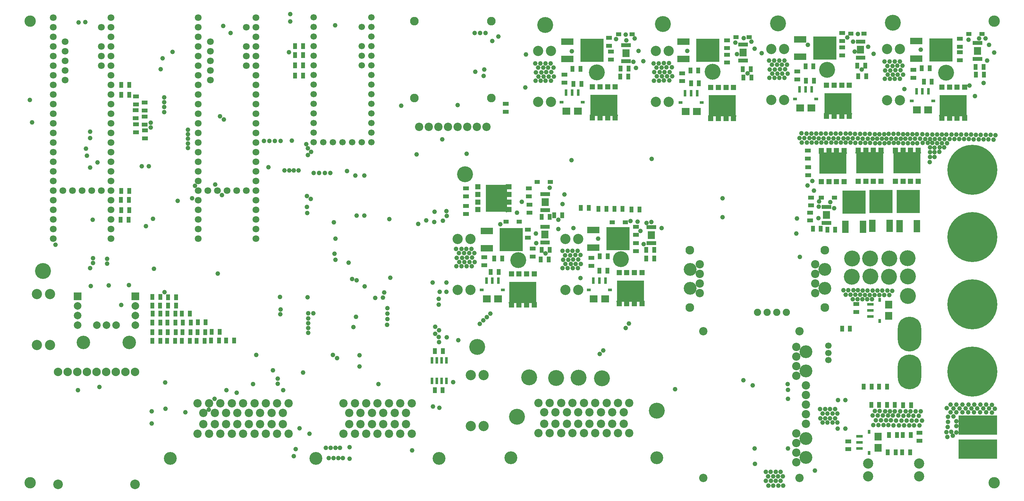
<source format=gbr>
%TF.GenerationSoftware,Novarm,DipTrace,3.3.1.1*%
%TF.CreationDate,2019-12-29T15:55:57+07:00*%
%FSLAX35Y35*%
%MOMM*%
%TF.FileFunction,Soldermask,Top*%
%TF.Part,Single*%
%ADD22C,2.0*%
%ADD23C,3.0*%
%ADD45C,1.7*%
%ADD74C,3.4*%
%ADD75C,2.2*%
%ADD76C,2.3*%
%ADD77C,2.54*%
%ADD78C,3.556*%
%ADD79C,2.29*%
%ADD86C,2.24*%
%ADD89C,1.216*%
%ADD91R,3.2X1.8*%
%ADD93R,1.35X1.0*%
%ADD95R,1.88X2.08*%
%ADD97R,0.505X1.089*%
%ADD99R,2.0X1.9*%
%ADD101R,1.1X0.8*%
%ADD103R,0.7X1.8*%
%ADD105R,6.2X6.2*%
%ADD107R,1.8X3.2*%
%ADD109R,0.38X0.325*%
%ADD111R,5.7X7.2*%
%ADD113R,1.35X1.45*%
%ADD115R,1.48X1.45*%
%ADD117R,0.325X0.38*%
%ADD119R,7.2X5.7*%
%ADD121R,1.45X1.35*%
%ADD123R,1.45X1.48*%
%ADD125C,1.7*%
%ADD127R,0.75X1.7*%
%ADD130R,2.0X2.0*%
%ADD133C,1.9*%
%ADD134C,2.2*%
%ADD135C,1.8*%
%ADD136C,3.4*%
%ADD138R,1.0X1.5*%
%ADD141C,0.8*%
%ADD143O,6.2X9.2*%
%ADD145R,1.9X2.0*%
%ADD147R,0.8X1.1*%
%ADD149R,1.8X0.7*%
%ADD151R,1.5X1.0*%
%ADD153C,2.7*%
%ADD156C,4.2*%
%ADD158R,10.2X5.2*%
%ADD160C,13.2*%
G75*
G01*
%LPD*%
D89*
X24153703Y8879893D3*
X24157403Y9013430D3*
Y9138030D3*
X11397770Y7455843D3*
X10861013Y7340753D3*
X13384637Y7831907D3*
X13254657Y7538090D3*
X14350770Y7353350D3*
X14453697Y7767477D3*
X22255483Y12265937D3*
X22166450Y11797273D3*
X16328210Y11527537D3*
X16365077Y12145380D3*
X19441507Y12063637D3*
X19064473Y11728437D3*
X14741723Y7134233D3*
X15395203Y6852457D3*
X16252770Y7318577D3*
X16596690Y6708997D3*
X20932500Y11977917D3*
X22358563Y11326293D3*
X14706117Y11808020D3*
X16397803Y11365150D3*
X17754100Y11816880D3*
X19338103Y11221033D3*
X23913537Y11846623D3*
X25574217Y10968323D3*
X25667143Y11558853D3*
X25622180Y12149383D3*
X21875970Y5490407D3*
X22004050Y5487680D3*
X22132130D3*
X22255633Y5489533D3*
X22383713Y5486810D3*
X22511793D3*
X22640743Y5485940D3*
X22768823Y5483217D3*
X22896903D3*
X21931347Y5372353D3*
X22059427Y5369630D3*
X22187507D3*
X22311007Y5371483D3*
X22439087Y5368760D3*
X22567167D3*
X22696117Y5367887D3*
X22824197Y5365163D3*
X22952277D3*
X23032177Y5484197D3*
X23082100Y5363420D3*
X23159273Y5474280D3*
X25790237Y2260463D3*
X22117523Y5254307D3*
X22245603D3*
X22369103Y5256160D3*
X22497183Y5253437D3*
X22625263D3*
X25637537Y2264453D3*
X25481933Y2264093D3*
X22663110Y1927073D3*
X22793687D3*
X22931517Y1923447D3*
X23062093D3*
X23192670Y1919820D3*
X23334127D3*
X23475583Y1916193D3*
X23605800Y1920180D3*
X23736377Y1916553D3*
X23877833D3*
X25321977Y2264453D3*
X25169277Y2268443D3*
X25013673Y2268083D3*
X22731663Y2054383D3*
X22862240D3*
X23000070Y2050757D3*
X23130647D3*
X23261223Y2047130D3*
X23402680D3*
X23544137Y2043503D3*
X23674353Y2047490D3*
X23804930Y2043863D3*
X23946387D3*
X24853357Y2265180D3*
X24697753Y2264820D3*
X25873300Y2362387D3*
X22647877Y2185320D3*
X22778453D3*
X22916283Y2181693D3*
X23046860D3*
X23177437Y2178067D3*
X23318893D3*
X23460350Y2174440D3*
X23590567Y2178427D3*
X23721143Y2174800D3*
X23862600D3*
X25720600Y2366377D3*
X25564997Y2366017D3*
X25405040Y2366377D3*
X22701923Y2298123D3*
X22832500D3*
X22970330Y2294497D3*
X23100907D3*
X23231483Y2290870D3*
X23372940D3*
X23514397Y2287243D3*
X23644613Y2291230D3*
X23775190Y2287603D3*
X23916647D3*
X25252340Y2370367D3*
X25096737Y2370007D3*
X24936420Y2367100D3*
X24780817Y2366740D3*
X25793143Y2464307D3*
X25640443Y2468297D3*
X25484840Y2467937D3*
X25324883Y2468297D3*
X25172183Y2472287D3*
X25016580Y2471927D3*
X24856263Y2469020D3*
X24700660Y2468660D3*
X24773923Y2156003D3*
X24853360Y2033043D3*
X24602727Y2377980D3*
X24629560Y2148027D3*
Y2010197D3*
X24629200Y1874467D3*
X24850093Y1898480D3*
X24856207Y1732773D3*
X24719753Y1752230D3*
X24763650Y1644223D3*
X24619763Y1611250D3*
X24592787Y1740147D3*
X24158940Y9266953D3*
X20927287Y8257230D3*
X24274647Y9010163D3*
X24276810Y9136923D3*
X24278350Y9263060D3*
X24606987Y9379417D3*
X24401120Y9146780D3*
X24410350Y9267677D3*
X24471333Y9379417D3*
X24535863Y9267963D3*
X24347650Y9379417D3*
X24219973Y9383407D3*
X24096290D3*
X23964627D3*
X21091433Y8123430D3*
X21050170Y8380117D3*
X25890013Y9593690D3*
X25758350Y9597680D3*
X23823557Y9378670D3*
X23699873D3*
X23576187D3*
X23452503D3*
X23324827Y9382660D3*
X23201143D3*
X23077460D3*
X22957763Y9378670D3*
X22830090D3*
X22710393D3*
X22578730Y9382660D3*
X22451057D3*
X22319390Y9386650D3*
X22187727D3*
X22060053Y9390640D3*
X21936367D3*
X21804703D3*
X21677030D3*
X21549353D3*
X21413700D3*
X21290017D3*
X21162340Y9394630D3*
X21038657D3*
X20906993D3*
X20775327Y9398620D3*
X23757907Y9496187D3*
X23634223D3*
X23510537D3*
X23386853D3*
X23259177Y9500177D3*
X23135493D3*
X23011810D3*
X22892113Y9496187D3*
X22764440D3*
X22644743D3*
X22513080Y9500177D3*
X22385407D3*
X22253740Y9504167D3*
X22122077D3*
X21994403Y9508157D3*
X21870717D3*
X21739053D3*
X21611380D3*
X21483703D3*
X21348050D3*
X21224367D3*
X21096690Y9512147D3*
X20973007D3*
X20841343D3*
X20709677Y9516137D3*
X23815943Y9617693D3*
X23692260D3*
X23568573D3*
X23444890D3*
X23317213Y9621683D3*
X23193530D3*
X23069847D3*
X22950150Y9617693D3*
X22822477D3*
X22702780D3*
X22571117Y9621683D3*
X22443443D3*
X22311777Y9625673D3*
X22180113D3*
X22052440Y9629663D3*
X21928753D3*
X21797090D3*
X21669417D3*
X21541740D3*
X21406087D3*
X21282403D3*
X21154727Y9633653D3*
X21031043D3*
X20899380D3*
X20767713Y9637643D3*
X21229603Y7834090D3*
X20721103Y6376040D3*
X11033290Y2418677D3*
X11203473Y2388177D3*
X7778683Y1699210D3*
X7358773Y1109703D3*
X9595603Y3010503D3*
X4502947Y2264100D3*
X7410183Y1294110D3*
X25834640Y9474657D3*
X25702977Y9478647D3*
X25575303D3*
X25443637Y9482637D3*
X25311973D3*
X25184300Y9486627D3*
X25060613D3*
X24928950D3*
X24801277D3*
X24673600D3*
X24537947D3*
X24414263D3*
X24286587Y9490617D3*
X24162903D3*
X24031240D3*
X23899573Y9494607D3*
X25630677Y9597680D3*
X25499010Y9601670D3*
X25367347D3*
X25239673Y9605660D3*
X25115987D3*
X24984323D3*
X24856650D3*
X24728973D3*
X24593320D3*
X24469637D3*
X24341960Y9609650D3*
X24218277D3*
X24086613D3*
X23954947Y9613640D3*
X7509997Y1838603D3*
X10606347Y9081770D3*
X7266237Y12788060D3*
Y12594610D3*
X5500270Y12477847D3*
X5695980Y12289567D3*
X1680247Y12568853D3*
X1854277Y12574997D3*
X3614457Y2291997D3*
X3611490Y1965897D3*
X8832910Y1347157D3*
X8833797Y1038990D3*
X1876217Y9237453D3*
X1897783Y9044950D3*
X3949497Y5444617D3*
X13739920Y11484847D3*
X13876173D3*
X14006363Y11488437D3*
X14142617D3*
X13813130Y11372000D3*
X13949383D3*
X14079573Y11375590D3*
X14215827D3*
X13757517Y11251720D3*
X13893770D3*
X14023960Y11255310D3*
X14160213D3*
X13823293Y11138873D3*
X13959547D3*
X14089737Y11142463D3*
X14225990D3*
X13745383Y11026027D3*
X13881637D3*
X14011827Y11029617D3*
X14148080D3*
X16864050Y11489607D3*
X17000303D3*
X17130493Y11493197D3*
X17266747D3*
X16937260Y11376760D3*
X17073513D3*
X17203703Y11380350D3*
X17339957D3*
X16881647Y11256480D3*
X17017900D3*
X17148090Y11260070D3*
X17284343D3*
X16947423Y11143633D3*
X17083677D3*
X17213867Y11147223D3*
X17350120D3*
X16869513Y11030787D3*
X17005767D3*
X17135957Y11034377D3*
X17272210D3*
X19910357Y11560897D3*
X20046610D3*
X20176800Y11564487D3*
X20313053D3*
X19983567Y11448050D3*
X20119820D3*
X20250010Y11451640D3*
X20386263D3*
X19927953Y11327770D3*
X20064207D3*
X20194397Y11331360D3*
X20330650D3*
X19993730Y11214923D3*
X20129983D3*
X20260173Y11218513D3*
X20396427D3*
X19915820Y11102077D3*
X20052073D3*
X20182263Y11105667D3*
X20318517D3*
X22958170Y11535147D3*
X23094423D3*
X23224613Y11538737D3*
X23360867D3*
X23031380Y11422300D3*
X23167633D3*
X23297823Y11425890D3*
X23434077D3*
X22975767Y11302020D3*
X23112020D3*
X23242210Y11305610D3*
X23378463D3*
X23041543Y11189173D3*
X23177797D3*
X23307987Y11192763D3*
X23444240D3*
X22963633Y11076327D3*
X23099887D3*
X23230077Y11079917D3*
X23366330D3*
X11649277Y6583160D3*
X11785530D3*
X11915720Y6586750D3*
X12051973D3*
X11722487Y6470313D3*
X11858740D3*
X11988930Y6473903D3*
X12125183D3*
X11666873Y6350033D3*
X11803127D3*
X11933317Y6353623D3*
X12069570D3*
X11732650Y6237187D3*
X11868903D3*
X11999093Y6240777D3*
X12135347D3*
X11654740Y6124340D3*
X11790993D3*
X11921183Y6127930D3*
X12057437D3*
X14453470Y6530997D3*
X14589723D3*
X14719913Y6534587D3*
X14856167D3*
X14526680Y6418150D3*
X14662933D3*
X14793123Y6421740D3*
X14929377D3*
X14471067Y6297870D3*
X14607320D3*
X14737510Y6301460D3*
X14873763D3*
X14536843Y6185023D3*
X14673097D3*
X14803287Y6188613D3*
X14939540D3*
X14458933Y6072177D3*
X14595187D3*
X14725377Y6075767D3*
X14861630D3*
X6283850Y3011097D3*
X6810727Y3374307D3*
X450617Y9928957D3*
X396690Y10520340D3*
X6369197Y3778753D3*
X5584010Y2848143D3*
X5851070Y2780013D3*
X2231067Y2933283D3*
X1665607Y2849750D3*
X5121747Y2330853D3*
X5268613Y2622750D3*
X2004130Y5603017D3*
X1982530Y6080063D3*
X3977103Y2360767D3*
X3970033Y3053453D3*
X2809960Y5103930D3*
X8285750Y1058367D3*
X8409070D3*
X8536020D3*
X8659343D3*
X8210680Y1325410D3*
X8334000D3*
X8460950D3*
X8584273D3*
X7112760Y8662220D3*
X7240897Y8661117D3*
X7363800Y8657393D3*
X7486993Y8658907D3*
X1067327Y6695830D3*
X2056540Y7357760D3*
X7610073Y3316677D3*
X8768440Y8638557D3*
X7081540Y2852520D3*
X3667903Y6060693D3*
X3455370Y7184990D3*
X8504363Y3694933D3*
X8392690Y3778867D3*
X3848420Y11329880D3*
X6939917Y3022920D3*
X6937163Y3157073D3*
X3007207Y5629093D3*
X2476627Y5622200D3*
X9098577Y3480143D3*
X9097337Y3771277D3*
X7741013Y4365220D3*
Y4495567D3*
Y4622650D3*
Y4749523D3*
X11194467Y4119917D3*
X11706920Y4167580D3*
X2060607Y6336243D3*
Y6207350D3*
X3941947Y10586193D3*
Y10463307D3*
Y10331643D3*
Y10199980D3*
X2438167Y6322483D3*
Y6196587D3*
X7007517Y4859670D3*
X7010900Y4982567D3*
X7745673Y4878497D3*
X7879810Y4878133D3*
X11192793Y4251453D3*
X11396590Y4251340D3*
X3895940Y11621837D3*
X8940393Y4519297D3*
X11092027Y4340143D3*
X11566840Y3063523D3*
X4566927Y9736687D3*
Y9611280D3*
Y9492580D3*
X4566563Y9368563D3*
Y9247020D3*
X1988883Y9684463D3*
Y9512907D3*
X3584757Y9923843D3*
Y9792187D3*
X1986440Y8736090D3*
X2182057Y8867500D3*
X3348087Y8768583D3*
X3530937Y8765583D3*
X4294930Y7853943D3*
X3643717Y7381343D3*
X4158833Y11791343D3*
X8454167Y12491027D3*
X8984610Y8523233D3*
X9221683Y8520507D3*
X10200843Y10365157D3*
X11688597Y10382713D3*
X21214447Y7399907D3*
X20643373Y7384227D3*
X20625147Y6992943D3*
X10487407Y1254863D3*
X12272653Y4600077D3*
X12364977Y4692400D3*
X12460597Y4781427D3*
X12549623Y4870453D3*
X18678910Y7426290D3*
X18685740Y7923430D3*
X20409997Y1310363D3*
X19527847Y1312407D3*
X7885343Y8591553D3*
X8030170Y8586723D3*
X8179823D3*
X8324647D3*
X7730577Y9065850D3*
X7737930Y9239350D3*
X7687680Y9351720D3*
X7822350Y9149770D3*
X6571247Y9438640D3*
X6716073Y9433810D3*
X6865727D3*
X7010550D3*
X9827307Y4581420D3*
X9832137Y4726247D3*
Y4875900D3*
Y5020723D3*
X11389197Y5447553D3*
X11212070Y5448003D3*
X6689240Y8746523D3*
X9512757Y5291627D3*
X9717847Y5294717D3*
X15441733Y3803597D3*
X19536317Y903440D3*
X21121023Y725493D3*
X21718997Y1837973D3*
X21922037Y1836280D3*
X21922957Y2587527D3*
X21729180Y2589790D3*
X9000520Y4786233D3*
X11197947Y4432347D3*
X15534603Y3903603D3*
X20408097Y2625563D3*
X17424463Y2875083D3*
X20399560Y3013090D3*
X20408097Y2854817D3*
X5516443Y10008573D3*
X5467037Y8002780D3*
X7000280Y5315607D3*
X7724600Y5303923D3*
X11092320Y4525253D3*
X16122720Y4491620D3*
X19481203Y2975717D3*
X8903043Y5791597D3*
X11188507Y5113463D3*
X16209747Y4607420D3*
X19230743Y3116147D3*
X11922483Y9102307D3*
X8459257Y6854883D3*
X10650950Y7245910D3*
X11066113Y7294187D3*
X11297837Y7332807D3*
X13477430Y10847357D3*
X14115730Y8198477D3*
X11394390Y5694053D3*
X11023903Y5699023D3*
X8458323Y6295930D3*
X14927557Y5815227D3*
X9910880Y5819370D3*
X8433377Y6459663D3*
X14343953Y7112373D3*
X9748600Y5428727D3*
X9234013Y5596417D3*
X9021703Y5757763D3*
X4751413Y8251480D3*
X4681647Y7922517D3*
X14697147Y8927367D3*
X9880753Y7367410D3*
X8422843Y7285343D3*
X7814577Y7908093D3*
X7713200Y7530467D3*
X7705040Y7692240D3*
X7707763Y7978367D3*
X9018280Y7466000D3*
X9223943Y7467800D3*
X11079010Y7569387D3*
X11395360Y7585330D3*
X23478560Y10807577D3*
X5414937Y10091007D3*
X5283537Y8284023D3*
X5353820Y5931330D3*
X8807300Y6216590D3*
X11188790Y5260013D3*
X17068690Y7134720D3*
X16814430Y8963730D3*
X11281603Y9477550D3*
X7312190Y9444547D3*
X7234457Y11783450D3*
X12600863Y12076840D3*
X12764370Y12194987D3*
X13488693Y11722013D3*
X16121540Y12245843D3*
X12132643Y12293117D3*
X12282320Y12294340D3*
X12425950D3*
X12375093Y11152513D3*
X12152380Y11266533D3*
X12393043Y11323483D3*
X19956240Y450000D3*
X20087197D3*
X20215770D3*
X19825283D3*
X20015753Y571443D3*
X20146710D3*
X20275283D3*
X19884797D3*
X20020503Y328590D3*
X20151460D3*
X20280033D3*
X19889547D3*
X19955030Y689333D3*
X20085987D3*
X20214560D3*
X19824073D3*
X21391150Y2107170D3*
X21522107D3*
X21650680D3*
X21260193D3*
X21450663Y2228613D3*
X21581620D3*
X21710193D3*
X21319707D3*
X21389940Y2346503D3*
X21520897D3*
X21649470D3*
X21258983D3*
X21452927Y1992263D3*
X21583883D3*
X21712457D3*
X21321970D3*
X21528830Y7818947D3*
X21220250Y7702333D3*
X21627263Y7655283D3*
X16437587Y7300233D3*
X16673743Y7273463D3*
X16802110Y7295810D3*
X16517477Y7056573D3*
X13765363Y6740357D3*
X13751793Y6994330D3*
X12817890Y7231807D3*
X14011390Y6466410D3*
X14511273Y8022383D3*
X15874517Y12130170D3*
X16143547Y12095023D3*
X16464673Y11818973D3*
X16591360Y11543077D3*
X19525710Y11875483D3*
X19713230Y11761063D3*
X19018517Y12039917D3*
X19237393Y12154737D3*
X22526813Y11929617D3*
X22666413Y11739253D3*
X21971790Y12171347D3*
X22130520Y12059737D3*
X25202283Y10903203D3*
X25341930Y10618920D3*
X25713830Y11974197D3*
X25848963Y11774310D3*
X25177480Y12112807D3*
X25453177Y12143197D3*
D23*
X400000Y400000D3*
X25850000Y12600000D3*
X400000D3*
X25850000Y400000D3*
D75*
X4825017Y2499237D3*
X5125017D3*
X5425017D3*
X5725017D3*
X6025017D3*
X6325017D3*
X6625017D3*
X6925017D3*
X7225017D3*
X4975017Y2249237D3*
X5275017D3*
X5575017D3*
X5875017D3*
X6175017D3*
X6475017D3*
X6775017D3*
X7075017D3*
X4975017Y1949237D3*
X5275017D3*
X5575017D3*
X5875017D3*
X6175017D3*
X6475017D3*
X6775017D3*
X7075017D3*
X4825017Y1699237D3*
X5125017D3*
X5425017D3*
X5725017D3*
X6025017D3*
X6325017D3*
X6625017D3*
X6925017D3*
X7225017D3*
X8675017Y2499237D3*
X8975017D3*
X9275017D3*
X9575017D3*
X9875017D3*
X10175017D3*
X10475017D3*
X8825017Y2249237D3*
X9125017D3*
X9425017D3*
X9725017D3*
X10025017D3*
X10325017D3*
X8825017Y1949237D3*
X9125017D3*
X9425017D3*
X9725017D3*
X10025017D3*
X10325017D3*
X8675017Y1699237D3*
X8975017D3*
X9275017D3*
X9575017D3*
X9875017D3*
X10175017D3*
X10475017D3*
D74*
X4100017Y1049237D3*
X7950017D3*
X11200017D3*
D75*
X13821270Y2513323D3*
X14121270D3*
X14421270D3*
X14721270D3*
X15021270D3*
X15321270D3*
X15621270D3*
X15921270D3*
X16221270D3*
X13971270Y2263323D3*
X14271270D3*
X14571270D3*
X14871270D3*
X15171270D3*
X15471270D3*
X15771270D3*
X16071270D3*
X13971270Y1963323D3*
X14271270D3*
X14571270D3*
X14871270D3*
X15171270D3*
X15471270D3*
X15771270D3*
X16071270D3*
X13821270Y1713323D3*
X14121270D3*
X14421270D3*
X14721270D3*
X15021270D3*
X15321270D3*
X15621270D3*
X15921270D3*
X16221270D3*
D74*
X13096270Y1063323D3*
X16946270D3*
D160*
X25279037Y3339914D3*
Y5117911D3*
Y6895914D3*
Y8673914D3*
D158*
X25421037Y1927914D3*
Y1292911D3*
D156*
X13286900Y6286720D3*
X15994603Y6313273D3*
X15363127Y11251073D3*
X18416423Y11263513D3*
X24578780Y11242373D3*
X21439870Y11320277D3*
X743837Y6002403D3*
X12208810Y3989607D3*
X22091970Y5849220D3*
X20145400Y12547670D3*
X13998227Y12498893D3*
X17108213Y12530597D3*
X23176507Y12558677D3*
X11883523Y8554863D3*
X22098750Y6332267D3*
X22579810Y6333260D3*
X22586590Y5852200D3*
X23078407Y5850213D3*
X23085187Y6333260D3*
X23566247Y6334253D3*
X23573027Y5853193D3*
X23578077Y5341237D3*
X14883503Y3178827D3*
X15499047Y3160237D3*
X14290463Y3175483D3*
X16942120Y2310210D3*
X13250523Y2146567D3*
X13575057Y3186607D3*
D135*
X1008737Y12189420D3*
Y11935420D3*
Y11681420D3*
Y11427420D3*
Y11173420D3*
Y10919420D3*
Y10665420D3*
Y10411420D3*
Y10157420D3*
Y9903420D3*
Y9649420D3*
Y9395420D3*
X2532737D3*
Y9649420D3*
Y9903420D3*
Y10157420D3*
Y10411420D3*
Y10665420D3*
Y10919420D3*
Y11173420D3*
Y11427420D3*
Y11681420D3*
Y11935420D3*
X1008737Y12443420D3*
X2532737Y12189420D3*
Y12443420D3*
X1008737Y12697420D3*
X2532737D3*
X1008737Y9141420D3*
X2532737D3*
X1008737Y8887420D3*
Y8633420D3*
Y8379420D3*
Y8125420D3*
Y7871420D3*
Y7617420D3*
Y7363420D3*
Y7109420D3*
Y6855420D3*
X2532737D3*
Y7109420D3*
Y7363420D3*
Y7617420D3*
Y7871420D3*
Y8125420D3*
Y8379420D3*
Y8633420D3*
Y8887420D3*
X1262737Y8125420D3*
X1770737D3*
X2024737D3*
X1516737D3*
X2278737D3*
Y12443420D3*
Y11935420D3*
Y11681420D3*
Y11427420D3*
X1326237Y12062420D3*
Y11808420D3*
Y11554420D3*
Y11300420D3*
Y11046420D3*
D153*
X923770Y5391250D3*
X583770D3*
X923770Y4044250D3*
X583770D3*
X12032760Y1898270D3*
X12372760D3*
X12032760Y3245270D3*
X12372760D3*
D151*
X3426710Y10242337D3*
Y10452337D3*
X3428143Y9873003D3*
Y10083003D3*
X3436963Y9505237D3*
Y9715237D3*
X3191900Y10403437D3*
Y10613437D3*
X3191127Y10039670D3*
Y10249670D3*
X3195693Y9667827D3*
Y9877827D3*
D149*
X22299657Y1633180D3*
Y1473180D3*
Y1313180D3*
D147*
X22549657Y1753180D3*
Y1193180D3*
D145*
X22784657Y1623180D3*
Y1323180D3*
D153*
X23868347Y573053D3*
Y913053D3*
X22521347Y573053D3*
Y913053D3*
D151*
X22003667Y1289300D3*
Y1499300D3*
D143*
X23615007Y4333410D3*
Y3333410D3*
D141*
X23742850Y4016893D3*
X23488850D3*
X23740697Y3017450D3*
X23488850Y4651893D3*
X23742850D3*
X23486697Y3017450D3*
X23806350Y4143893D3*
Y4270893D3*
Y4397893D3*
Y4524893D3*
X23425350Y4143893D3*
Y4270893D3*
Y4397893D3*
Y4524893D3*
X23486697Y3652450D3*
X23740697D3*
X23804197Y3144450D3*
Y3271450D3*
Y3398450D3*
Y3525450D3*
X23423197Y3144450D3*
Y3271450D3*
Y3398450D3*
Y3525450D3*
D45*
X21475007Y4024410D3*
Y3833410D3*
Y3642410D3*
D138*
X23043610Y1205233D3*
X23253610D3*
X23424237Y1208027D3*
X23634237D3*
D151*
X23879897Y1510433D3*
Y1720433D3*
D138*
X23439757Y1663550D3*
X23649757D3*
X23289663Y1663003D3*
X23079663D3*
X21835493Y4471813D3*
X22045493D3*
X22606903Y2462980D3*
X22816903D3*
X23022287Y2457423D3*
X23232287D3*
X23445860Y2453920D3*
X23655860D3*
X22816523Y2942247D3*
X23026523D3*
X22409823Y2942620D3*
X22619823D3*
D74*
X20883603Y1068167D3*
Y1568167D3*
Y3362167D3*
Y3862167D3*
D75*
X20629603Y941167D3*
Y1195167D3*
Y1449167D3*
Y1703167D3*
X20883603Y1957167D3*
Y2211167D3*
Y2465167D3*
Y2719167D3*
Y2973167D3*
X20629603Y3227167D3*
Y3481167D3*
Y3735167D3*
Y3989167D3*
X18177603Y4406167D3*
Y526167D3*
X20717603D3*
Y4406167D3*
D136*
X21378570Y5540260D3*
Y6040260D3*
D134*
X21124570Y5413260D3*
Y5667260D3*
Y5921260D3*
Y6175260D3*
D136*
X17822570Y5540260D3*
Y6040260D3*
D134*
X18076570Y5413260D3*
Y5667260D3*
Y5921260D3*
Y6175260D3*
D133*
X20362570Y4905260D3*
X20108570D3*
X19854570D3*
X19600570D3*
D76*
X21378570Y5032260D3*
X17818570D3*
X21378570Y6552260D3*
X17818570D3*
D151*
X12956077Y10420267D3*
Y10210267D3*
D86*
X3168133Y3332133D3*
X2914133D3*
X2660133D3*
X2406133D3*
X2152133D3*
X1898133D3*
X1644133D3*
X1390133D3*
X1136133D3*
D77*
X3168133Y363053D3*
X1136133D3*
D130*
X1651470Y5329507D3*
D22*
Y5075507D3*
Y4821507D3*
Y4567507D3*
X2159470D3*
X2413470D3*
X2667470D3*
X3175470D3*
Y4821507D3*
Y5075507D3*
D130*
Y5329507D3*
D78*
X1803363Y4107513D3*
X3017737D3*
D127*
X11395483Y3633917D3*
X11268483D3*
X11141483D3*
X11014483D3*
Y3093917D3*
X11141483D3*
X11268483D3*
X11395483D3*
D138*
X11087087Y3879743D3*
X11297087D3*
X11293903Y2852820D3*
X11083903D3*
X3630173Y5310417D3*
X3840173D3*
X4046567Y5303997D3*
X4256567D3*
X3624457Y5088193D3*
X3834457D3*
X4043313Y5087237D3*
X4253313D3*
X3633633Y4871363D3*
X3843633D3*
X4027577Y4875253D3*
X4237577D3*
X4408733Y4874773D3*
X4618733D3*
X3627217Y4636133D3*
X3837217D3*
X4025170Y4636187D3*
X4235170D3*
X4430123Y4633203D3*
X4640123D3*
X4826760Y4641583D3*
X5036760D3*
X3629930Y4381533D3*
X3839930D3*
X4032213Y4381297D3*
X4242213D3*
X4423327Y4385867D3*
X4633327D3*
X4817883Y4383610D3*
X5027883D3*
X5194317Y4388090D3*
X5404317D3*
X3630683Y4151263D3*
X3840683D3*
X4020547Y4154617D3*
X4230547D3*
X4409477Y4155250D3*
X4619477D3*
X4799070Y4154563D3*
X5009070D3*
X5175800Y4158747D3*
X5385800D3*
X5575777Y4158710D3*
X5785777D3*
X7394913Y11703070D3*
X7604913D3*
X7399680Y11432233D3*
X7609680D3*
X7399133Y11161400D3*
X7609133D3*
D75*
X10670260Y9805740D3*
X10924260D3*
X11178260D3*
X11432260D3*
X11686260D3*
X11940260D3*
X12194260D3*
X12448260D3*
D79*
X12575260Y12599740D3*
X10543260D3*
Y10567740D3*
X12575260D3*
D138*
X3017213Y10658293D3*
X2807213D3*
X3020450Y10916873D3*
X2810450D3*
X3001263Y7352093D3*
X2791263D3*
X3015807Y7609770D3*
X2805807D3*
D125*
X9410417Y12702253D3*
Y12448253D3*
Y12194253D3*
Y11940253D3*
Y11686253D3*
Y11432253D3*
Y11178253D3*
Y10924253D3*
Y10670253D3*
Y10416253D3*
Y10162253D3*
Y9908253D3*
Y9654253D3*
X8140417Y9400253D3*
X9410417D3*
X9156417D3*
X8902417D3*
X8648417D3*
X8394417D3*
X7886417D3*
Y9654253D3*
Y9908253D3*
Y10162253D3*
Y10416253D3*
Y10670253D3*
Y10924253D3*
Y11178253D3*
Y11432253D3*
Y11686253D3*
Y11940253D3*
Y12194253D3*
Y12448253D3*
X9156417D3*
Y11940253D3*
Y11686253D3*
Y11432253D3*
X7886417Y12702253D3*
D138*
X7397803Y11944970D3*
X7607803D3*
D149*
X22584443Y5121697D3*
Y4961697D3*
Y4801697D3*
D147*
X22834443Y5241697D3*
Y4681697D3*
D145*
X23069443Y5111697D3*
Y4811697D3*
D151*
X22214210Y4917707D3*
Y5127707D3*
D123*
X21291023Y8364150D3*
X21491023D3*
X21691023D3*
X21891023D3*
D121*
Y9185650D3*
X21691023D3*
X21491023D3*
X21291023D3*
D119*
X21591023Y8853160D3*
D117*
X21234723Y9119150D3*
X21947323D3*
D115*
X12220457Y8224073D3*
Y8024073D3*
Y7824073D3*
Y7624073D3*
D113*
X13041957D3*
Y7824073D3*
Y8024073D3*
Y8224073D3*
D111*
X12709467Y7924073D3*
D109*
X12975457Y8280373D3*
Y7567773D3*
D123*
X13709177Y5920643D3*
X13509177D3*
X13309177D3*
X13109177D3*
D121*
Y5099143D3*
X13309177D3*
X13509177D3*
X13709177D3*
D119*
X13409177Y5431633D3*
D117*
X13765477Y5165643D3*
X13052877D3*
D123*
X16552450Y5954193D3*
X16352450D3*
X16152450D3*
X15952450D3*
D121*
Y5132693D3*
X16152450D3*
X16352450D3*
X16552450D3*
D119*
X16252450Y5465183D3*
D117*
X16608750Y5199193D3*
X15896150D3*
D153*
X11689560Y5500047D3*
X12029560D3*
X11689560Y6847047D3*
X12029560D3*
X14535340Y5496367D3*
X14875340D3*
X14535340Y6843367D3*
X14875340D3*
D123*
X22263893Y8372677D3*
X22463893D3*
X22663893D3*
X22863893D3*
D121*
Y9194177D3*
X22663893D3*
X22463893D3*
X22263893D3*
D119*
X22563893Y8861687D3*
D117*
X22207593Y9127677D3*
X22920193D3*
D123*
X23246900Y8372647D3*
X23446900D3*
X23646900D3*
X23846900D3*
D121*
Y9194147D3*
X23646900D3*
X23446900D3*
X23246900D3*
D119*
X23546900Y8861657D3*
D117*
X23190600Y9127647D3*
X23903200D3*
D138*
X2806653Y8116070D3*
X3016653D3*
X2800263Y7877413D3*
X3010263D3*
D107*
X21926880Y7171643D3*
X22386880D3*
D105*
X22156880Y7821643D3*
D151*
X12391557Y6153760D3*
Y6363817D3*
D138*
X12864607Y6333587D3*
X12654607D3*
D151*
X15221810Y6137803D3*
Y6347860D3*
D138*
X15652170Y6387367D3*
X15442170D3*
D151*
X20936413Y9182797D3*
Y8972740D3*
X20939083Y8531220D3*
Y8741220D3*
D103*
X12765900Y5745997D3*
X12605900D3*
X12445900D3*
D101*
X12885900Y5495997D3*
X12325900D3*
D99*
X12755900Y5260997D3*
X12455900D3*
D153*
X13809810Y10469587D3*
X14149810D3*
X13809810Y11816587D3*
X14149810D3*
D97*
X13998753Y8032160D3*
X14048753D3*
X13948753D3*
X13898753D3*
X13998753Y7611060D3*
X13948753D3*
X13898753D3*
X14048753D3*
X14098753D3*
Y8032160D3*
D95*
X13998753Y7821610D3*
D103*
X14869793Y10713323D3*
X14709793D3*
X14549793D3*
D101*
X14989793Y10463323D3*
X14429793D3*
D99*
X14859793Y10228323D3*
X14559793D3*
D151*
X13567013Y7970207D3*
Y8180207D3*
D93*
X13787947Y8357543D3*
X14137947D3*
D151*
X13582530Y7542953D3*
Y7752953D3*
D138*
X13904520Y7426953D3*
X14114520D3*
X14237933Y7477014D3*
X14447933D3*
X15148543Y7663457D3*
X14938543D3*
X15404763Y7644493D3*
X15614763D3*
X16039450Y7641207D3*
X15829450D3*
X16274567Y7627960D3*
X16484567D3*
D97*
X13994177Y7171953D3*
X14044177D3*
X13944177D3*
X13894177D3*
X13994177Y6750853D3*
X13944177D3*
X13894177D3*
X14044177D3*
X14094177D3*
Y7171953D3*
D95*
X13994177Y6961403D3*
D138*
X12562660Y5977600D3*
X12772660D3*
D151*
X14504467Y10975780D3*
Y11185837D3*
X13544003Y7088670D3*
Y6878670D3*
D93*
X12964167Y7306657D3*
X13314167D3*
D151*
X13670203Y6590343D3*
Y6380343D3*
D138*
X13881737Y6302910D3*
X14091737D3*
X13905940Y6559304D3*
X14115940D3*
D91*
X12454800Y7059080D3*
Y6599080D3*
D105*
X13104800Y6829080D3*
D97*
X16132233Y11965060D3*
X16182233D3*
X16082233D3*
X16032233D3*
X16132233Y11543960D3*
X16082233D3*
X16032233D3*
X16182233D3*
X16232233D3*
Y11965060D3*
D95*
X16132233Y11754510D3*
D138*
X14742720Y10942883D3*
X14952720D3*
D103*
X15588773Y5749103D3*
X15428773D3*
X15268773D3*
D101*
X15708773Y5499103D3*
X15148773D3*
D99*
X15578773Y5264103D3*
X15278773D3*
D151*
X15684587Y12161867D3*
Y11951867D3*
D97*
X16800690Y7159217D3*
X16850690D3*
X16750690D3*
X16700690D3*
X16800690Y6738117D3*
X16750690D3*
X16700690D3*
X16850690D3*
X16900690D3*
Y7159217D3*
D95*
X16800690Y6948667D3*
D138*
X15431883Y6005507D3*
X15641883D3*
D151*
X16395403Y6958090D3*
Y7168090D3*
D93*
X15768410Y7285857D3*
X16118410D3*
D151*
X16394407Y6526147D3*
Y6736147D3*
D138*
X16668193Y6331837D3*
X16878193D3*
X16666313Y6559794D3*
X16876313D3*
D91*
X15272283Y7081440D3*
Y6621440D3*
D105*
X15922283Y6851440D3*
D93*
X15940973Y12256523D3*
X16290973D3*
D151*
X15738117Y11586280D3*
Y11796280D3*
D138*
X16194403Y11135103D3*
X15984403D3*
X15990280Y11347521D3*
X16200280D3*
D91*
X14585187Y12060787D3*
Y11600787D3*
D105*
X15235187Y11830787D3*
D135*
X4839567Y12190070D3*
Y11936070D3*
Y11682070D3*
Y11428070D3*
Y11174070D3*
Y10920070D3*
Y10666070D3*
Y10412070D3*
Y10158070D3*
Y9904070D3*
Y9650070D3*
Y9396070D3*
X6363567D3*
Y9650070D3*
Y9904070D3*
Y10158070D3*
Y10412070D3*
Y10666070D3*
Y10920070D3*
Y11174070D3*
Y11428070D3*
Y11682070D3*
Y11936070D3*
X4839567Y12444070D3*
X6363567Y12190070D3*
Y12444070D3*
X4839567Y12698070D3*
X6363567D3*
X4839567Y9142070D3*
X6363567D3*
X4839567Y8888070D3*
Y8634070D3*
Y8380070D3*
Y8126070D3*
Y7872070D3*
Y7618070D3*
Y7364070D3*
Y7110070D3*
Y6856070D3*
X6363567D3*
Y7110070D3*
Y7364070D3*
Y7618070D3*
Y7872070D3*
Y8126070D3*
Y8380070D3*
Y8634070D3*
Y8888070D3*
X5093567Y8126070D3*
X5601567D3*
X5855567D3*
X5347567D3*
X6109567D3*
Y12444070D3*
Y11936070D3*
Y11682070D3*
Y11428070D3*
X5157067Y12063070D3*
Y11809070D3*
Y11555070D3*
Y11301070D3*
Y11047070D3*
D123*
X15846350Y10865713D3*
X15646350D3*
X15446350D3*
X15246350D3*
D121*
Y10044213D3*
X15446350D3*
X15646350D3*
X15846350D3*
D119*
X15546350Y10376703D3*
D117*
X15902650Y10110713D3*
X15190050D3*
D138*
X14930100Y11339557D3*
X14720100D3*
D153*
X16920627Y10468057D3*
X17260627D3*
X16920627Y11815057D3*
X17260627D3*
D103*
X18013923Y10701913D3*
X17853923D3*
X17693923D3*
D101*
X18133923Y10451913D3*
X17573923D3*
D99*
X18003923Y10216913D3*
X17703923D3*
D151*
X17616590Y11017563D3*
Y11227620D3*
D97*
X19222243Y11986973D3*
X19272243D3*
X19172243D3*
X19122243D3*
X19222243Y11565873D3*
X19172243D3*
X19122243D3*
X19272243D3*
X19322243D3*
Y11986973D3*
D95*
X19222243Y11776423D3*
D138*
X17848657Y10957193D3*
X18058657D3*
D151*
X18796573Y11888827D3*
Y12098827D3*
D93*
X19035273Y12177960D3*
X19385273D3*
D151*
X18796407Y11508667D3*
Y11718667D3*
D107*
X23354500Y7186173D3*
X23814500D3*
D105*
X23584500Y7836173D3*
D138*
X19443350Y11115547D3*
X19233350D3*
D97*
X21425197Y7692870D3*
X21475197D3*
X21375197D3*
X21325197D3*
X21425197Y7271770D3*
X21375197D3*
X21325197D3*
X21475197D3*
X21525197D3*
Y7692870D3*
D95*
X21425197Y7482320D3*
D138*
X19217987Y11334131D3*
X19427987D3*
D151*
X21018317Y7731790D3*
Y7941790D3*
D93*
X21637570Y7941070D3*
X21287570D3*
D151*
X20995490Y7334813D3*
Y7544813D3*
D138*
X21065973Y7119190D3*
X21275973D3*
X21446100Y7091261D3*
X21656100D3*
D107*
X22633787Y7189573D3*
X23093787D3*
D105*
X22863787Y7839573D3*
D91*
X17645890Y12063763D3*
Y11603763D3*
D105*
X18295890Y11833763D3*
D153*
X23020837Y10515913D3*
X23360837D3*
X23020837Y11862913D3*
X23360837D3*
D123*
X18971750Y10855117D3*
X18771750D3*
X18571750D3*
X18371750D3*
D121*
Y10033617D3*
X18571750D3*
X18771750D3*
X18971750D3*
D119*
X18671750Y10366107D3*
D117*
X19028050Y10100117D3*
X18315450D3*
D138*
X18042327Y11299553D3*
X17832327D3*
D103*
X24120270Y10745953D3*
X23960270D3*
X23800270D3*
D101*
X24240270Y10495953D3*
X23680270D3*
D99*
X24110270Y10260953D3*
X23810270D3*
D151*
X23718613Y11108700D3*
Y11318757D3*
D97*
X25410017Y12025810D3*
X25460017D3*
X25360017D3*
X25310017D3*
X25410017Y11604710D3*
X25360017D3*
X25310017D3*
X25460017D3*
X25510017D3*
Y12025810D3*
D95*
X25410017Y11815260D3*
D138*
X23995463Y11001350D3*
X24205463D3*
D151*
X24944230Y11928633D3*
Y12138633D3*
D93*
X25184863Y12262480D3*
X25534863D3*
D151*
X24945160Y11574310D3*
Y11784310D3*
D138*
X25581167Y11186847D3*
X25371167D3*
X25363570Y11393654D3*
X25573570D3*
D91*
X23793660Y12075677D3*
Y11615677D3*
D105*
X24443660Y11845677D3*
D123*
X25071830Y10861717D3*
X24871830D3*
X24671830D3*
X24471830D3*
D121*
Y10040217D3*
X24671830D3*
X24871830D3*
X25071830D3*
D119*
X24771830Y10372707D3*
D117*
X25128130Y10106717D3*
X24415530D3*
D138*
X24152610Y11356370D3*
X23942610D3*
D153*
X19970133Y10519493D3*
X20310133D3*
X19970133Y11866493D3*
X20310133D3*
D103*
X21037460Y10797253D3*
X20877460D3*
X20717460D3*
D101*
X21157460Y10547253D3*
X20597460D3*
D99*
X21027460Y10312253D3*
X20727460D3*
D151*
X20654003Y11064807D3*
Y11274863D3*
D97*
X22325177Y12059370D3*
X22375177D3*
X22275177D3*
X22225177D3*
X22325177Y11638270D3*
X22275177D3*
X22225177D3*
X22375177D3*
X22425177D3*
Y12059370D3*
D95*
X22325177Y11848820D3*
D138*
X20880570Y11029893D3*
X21090570D3*
D151*
X21841657Y12079513D3*
Y12289513D3*
D93*
X22068823Y12272210D3*
X22418823D3*
D151*
X21837970Y11696370D3*
Y11906370D3*
D138*
X22471670Y11148703D3*
X22261670D3*
X22241570Y11429284D3*
X22451570D3*
D91*
X20730690Y12123020D3*
Y11663020D3*
D105*
X21380690Y11893020D3*
D123*
X22028233Y10912300D3*
X21828233D3*
X21628233D3*
X21428233D3*
D121*
Y10090800D3*
X21628233D3*
X21828233D3*
X22028233D3*
D119*
X21728233Y10423290D3*
D117*
X22084533Y10157300D3*
X21371933D3*
D138*
X21081180Y11406143D3*
X20871180D3*
D151*
X11904113Y8181593D3*
Y7971537D3*
X11909663Y7510590D3*
Y7720590D3*
M02*

</source>
